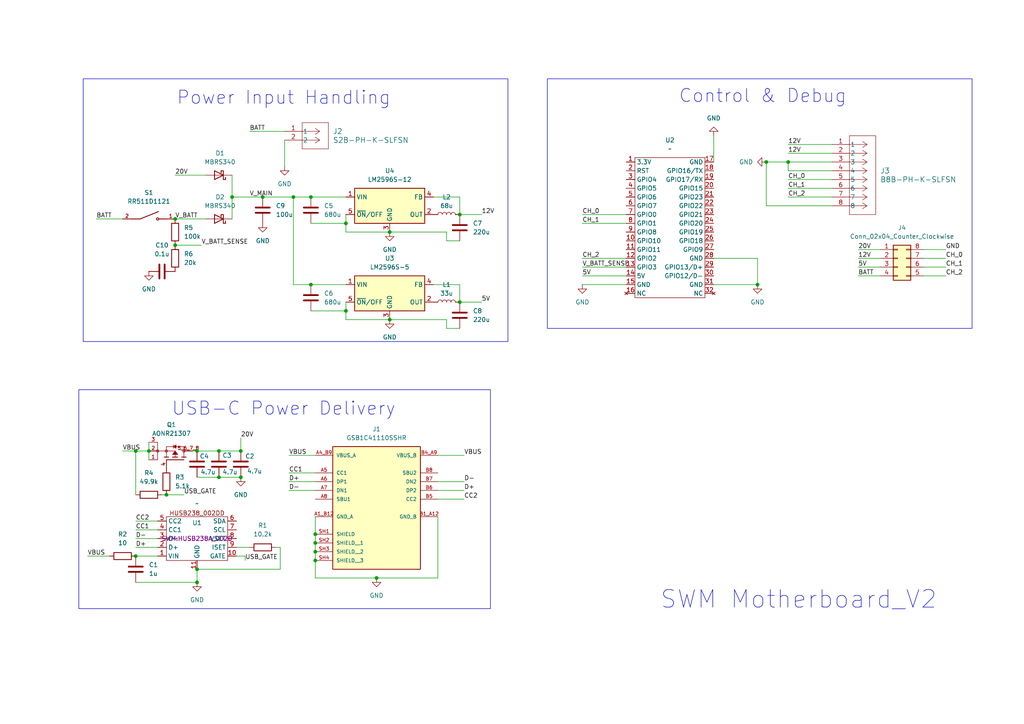
<source format=kicad_sch>
(kicad_sch (version 20250114) (generator "eeschema") (generator_version "9.0")
  (paper "A4")
  (lib_symbols
    (symbol "2026-01-23_06-32-10:S2B-PH-K-SLFSN" (pin_names (offset 0.254))
      (property "Reference" "J" (at 8.89 6.35 0))
      (property "Value" "S2B-PH-K-SLFSN" (at 0 0 0))
      (symbol "S2B-PH-K-SLFSN_1_1"
        (polyline (pts (xy 5.08 2.54) (xy 5.08 -5.08)) (stroke (width 0.127)))
        (polyline (pts (xy 5.08 -5.08) (xy 12.7 -5.08)) (stroke (width 0.127)))
        (polyline (pts (xy 10.16 0) (xy 5.08 0)) (stroke (width 0.127)))
        (polyline (pts (xy 10.16 0) (xy 8.89 0.8467)) (stroke (width 0.127)))
        (polyline (pts (xy 10.16 0) (xy 8.89 -0.8467)) (stroke (width 0.127)))
        (polyline (pts (xy 10.16 -2.54) (xy 5.08 -2.54)) (stroke (width 0.127)))
        (polyline (pts (xy 10.16 -2.54) (xy 8.89 -1.6933)) (stroke (width 0.127)))
        (polyline (pts (xy 10.16 -2.54) (xy 8.89 -3.3867)) (stroke (width 0.127)))
        (polyline (pts (xy 12.7 2.54) (xy 5.08 2.54)) (stroke (width 0.127)))
        (polyline (pts (xy 12.7 -5.08) (xy 12.7 2.54)) (stroke (width 0.127)))
        (pin unspecified line (at 0 0 0) (length 5.08) (name "1") (number "1"))
        (pin unspecified line (at 0 -2.54 0) (length 5.08) (name "2") (number "2"))
      )
      (symbol "S2B-PH-K-SLFSN_1_2"
        (polyline (pts (xy 5.08 2.54) (xy 5.08 -5.08)) (stroke (width 0.127)))
        (polyline (pts (xy 5.08 -5.08) (xy 12.7 -5.08)) (stroke (width 0.127)))
        (polyline (pts (xy 7.62 0) (xy 5.08 0)) (stroke (width 0.127)))
        (polyline (pts (xy 7.62 0) (xy 8.89 0.8467)) (stroke (width 0.127)))
        (polyline (pts (xy 7.62 0) (xy 8.89 -0.8467)) (stroke (width 0.127)))
        (polyline (pts (xy 7.62 -2.54) (xy 5.08 -2.54)) (stroke (width 0.127)))
        (polyline (pts (xy 7.62 -2.54) (xy 8.89 -1.6933)) (stroke (width 0.127)))
        (polyline (pts (xy 7.62 -2.54) (xy 8.89 -3.3867)) (stroke (width 0.127)))
        (polyline (pts (xy 12.7 2.54) (xy 5.08 2.54)) (stroke (width 0.127)))
        (polyline (pts (xy 12.7 -5.08) (xy 12.7 2.54)) (stroke (width 0.127)))
        (pin unspecified line (at 0 0 0) (length 5.08) (name "1") (number "1"))
        (pin unspecified line (at 0 -2.54 0) (length 5.08) (name "2") (number "2"))
      )
    )
    (symbol "2026-01-23_06-34-15:B8B-PH-K-SLFSN" (pin_names (offset 0.254))
      (property "Reference" "J" (at 8.89 6.35 0))
      (property "Value" "B8B-PH-K-SLFSN" (at 0 0 0))
      (symbol "B8B-PH-K-SLFSN_1_1"
        (polyline (pts (xy 5.08 2.54) (xy 5.08 -20.32)) (stroke (width 0.127)))
        (polyline (pts (xy 5.08 -20.32) (xy 12.7 -20.32)) (stroke (width 0.127)))
        (polyline (pts (xy 10.16 0) (xy 5.08 0)) (stroke (width 0.127)))
        (polyline (pts (xy 10.16 0) (xy 8.89 0.8467)) (stroke (width 0.127)))
        (polyline (pts (xy 10.16 0) (xy 8.89 -0.8467)) (stroke (width 0.127)))
        (polyline (pts (xy 10.16 -2.54) (xy 5.08 -2.54)) (stroke (width 0.127)))
        (polyline (pts (xy 10.16 -2.54) (xy 8.89 -1.6933)) (stroke (width 0.127)))
        (polyline (pts (xy 10.16 -2.54) (xy 8.89 -3.3867)) (stroke (width 0.127)))
        (polyline (pts (xy 10.16 -5.08) (xy 5.08 -5.08)) (stroke (width 0.127)))
        (polyline (pts (xy 10.16 -5.08) (xy 8.89 -4.2333)) (stroke (width 0.127)))
        (polyline (pts (xy 10.16 -5.08) (xy 8.89 -5.9267)) (stroke (width 0.127)))
        (polyline (pts (xy 10.16 -7.62) (xy 5.08 -7.62)) (stroke (width 0.127)))
        (polyline (pts (xy 10.16 -7.62) (xy 8.89 -6.7733)) (stroke (width 0.127)))
        (polyline (pts (xy 10.16 -7.62) (xy 8.89 -8.4667)) (stroke (width 0.127)))
        (polyline (pts (xy 10.16 -10.16) (xy 5.08 -10.16)) (stroke (width 0.127)))
        (polyline (pts (xy 10.16 -10.16) (xy 8.89 -9.3133)) (stroke (width 0.127)))
        (polyline (pts (xy 10.16 -10.16) (xy 8.89 -11.0067)) (stroke (width 0.127)))
        (polyline (pts (xy 10.16 -12.7) (xy 5.08 -12.7)) (stroke (width 0.127)))
        (polyline (pts (xy 10.16 -12.7) (xy 8.89 -11.8533)) (stroke (width 0.127)))
        (polyline (pts (xy 10.16 -12.7) (xy 8.89 -13.5467)) (stroke (width 0.127)))
        (polyline (pts (xy 10.16 -15.24) (xy 5.08 -15.24)) (stroke (width 0.127)))
        (polyline (pts (xy 10.16 -15.24) (xy 8.89 -14.3933)) (stroke (width 0.127)))
        (polyline (pts (xy 10.16 -15.24) (xy 8.89 -16.0867)) (stroke (width 0.127)))
        (polyline (pts (xy 10.16 -17.78) (xy 5.08 -17.78)) (stroke (width 0.127)))
        (polyline (pts (xy 10.16 -17.78) (xy 8.89 -16.9333)) (stroke (width 0.127)))
        (polyline (pts (xy 10.16 -17.78) (xy 8.89 -18.6267)) (stroke (width 0.127)))
        (polyline (pts (xy 12.7 2.54) (xy 5.08 2.54)) (stroke (width 0.127)))
        (polyline (pts (xy 12.7 -20.32) (xy 12.7 2.54)) (stroke (width 0.127)))
        (pin unspecified line (at 0 0 0) (length 5.08) (name "1") (number "1"))
        (pin unspecified line (at 0 -2.54 0) (length 5.08) (name "2") (number "2"))
        (pin unspecified line (at 0 -5.08 0) (length 5.08) (name "3") (number "3"))
        (pin unspecified line (at 0 -7.62 0) (length 5.08) (name "4") (number "4"))
        (pin unspecified line (at 0 -10.16 0) (length 5.08) (name "5") (number "5"))
        (pin unspecified line (at 0 -12.7 0) (length 5.08) (name "6") (number "6"))
        (pin unspecified line (at 0 -15.24 0) (length 5.08) (name "7") (number "7"))
        (pin unspecified line (at 0 -17.78 0) (length 5.08) (name "8") (number "8"))
      )
      (symbol "B8B-PH-K-SLFSN_1_2"
        (polyline (pts (xy 5.08 2.54) (xy 5.08 -20.32)) (stroke (width 0.127)))
        (polyline (pts (xy 5.08 -20.32) (xy 12.7 -20.32)) (stroke (width 0.127)))
        (polyline (pts (xy 7.62 0) (xy 5.08 0)) (stroke (width 0.127)))
        (polyline (pts (xy 7.62 0) (xy 8.89 0.8467)) (stroke (width 0.127)))
        (polyline (pts (xy 7.62 0) (xy 8.89 -0.8467)) (stroke (width 0.127)))
        (polyline (pts (xy 7.62 -2.54) (xy 5.08 -2.54)) (stroke (width 0.127)))
        (polyline (pts (xy 7.62 -2.54) (xy 8.89 -1.6933)) (stroke (width 0.127)))
        (polyline (pts (xy 7.62 -2.54) (xy 8.89 -3.3867)) (stroke (width 0.127)))
        (polyline (pts (xy 7.62 -5.08) (xy 5.08 -5.08)) (stroke (width 0.127)))
        (polyline (pts (xy 7.62 -5.08) (xy 8.89 -4.2333)) (stroke (width 0.127)))
        (polyline (pts (xy 7.62 -5.08) (xy 8.89 -5.9267)) (stroke (width 0.127)))
        (polyline (pts (xy 7.62 -7.62) (xy 5.08 -7.62)) (stroke (width 0.127)))
        (polyline (pts (xy 7.62 -7.62) (xy 8.89 -6.7733)) (stroke (width 0.127)))
        (polyline (pts (xy 7.62 -7.62) (xy 8.89 -8.4667)) (stroke (width 0.127)))
        (polyline (pts (xy 7.62 -10.16) (xy 5.08 -10.16)) (stroke (width 0.127)))
        (polyline (pts (xy 7.62 -10.16) (xy 8.89 -9.3133)) (stroke (width 0.127)))
        (polyline (pts (xy 7.62 -10.16) (xy 8.89 -11.0067)) (stroke (width 0.127)))
        (polyline (pts (xy 7.62 -12.7) (xy 5.08 -12.7)) (stroke (width 0.127)))
        (polyline (pts (xy 7.62 -12.7) (xy 8.89 -11.8533)) (stroke (width 0.127)))
        (polyline (pts (xy 7.62 -12.7) (xy 8.89 -13.5467)) (stroke (width 0.127)))
        (polyline (pts (xy 7.62 -15.24) (xy 5.08 -15.24)) (stroke (width 0.127)))
        (polyline (pts (xy 7.62 -15.24) (xy 8.89 -14.3933)) (stroke (width 0.127)))
        (polyline (pts (xy 7.62 -15.24) (xy 8.89 -16.0867)) (stroke (width 0.127)))
        (polyline (pts (xy 7.62 -17.78) (xy 5.08 -17.78)) (stroke (width 0.127)))
        (polyline (pts (xy 7.62 -17.78) (xy 8.89 -16.9333)) (stroke (width 0.127)))
        (polyline (pts (xy 7.62 -17.78) (xy 8.89 -18.6267)) (stroke (width 0.127)))
        (polyline (pts (xy 12.7 2.54) (xy 5.08 2.54)) (stroke (width 0.127)))
        (polyline (pts (xy 12.7 -20.32) (xy 12.7 2.54)) (stroke (width 0.127)))
        (pin unspecified line (at 0 0 0) (length 5.08) (name "1") (number "1"))
        (pin unspecified line (at 0 -2.54 0) (length 5.08) (name "2") (number "2"))
        (pin unspecified line (at 0 -5.08 0) (length 5.08) (name "3") (number "3"))
        (pin unspecified line (at 0 -7.62 0) (length 5.08) (name "4") (number "4"))
        (pin unspecified line (at 0 -10.16 0) (length 5.08) (name "5") (number "5"))
        (pin unspecified line (at 0 -12.7 0) (length 5.08) (name "6") (number "6"))
        (pin unspecified line (at 0 -15.24 0) (length 5.08) (name "7") (number "7"))
        (pin unspecified line (at 0 -17.78 0) (length 5.08) (name "8") (number "8"))
      )
    )
    (symbol "AONR21307:AONR21307" (pin_names (offset 1.016))
      (property "Reference" "Q" (at 5.08 0.381 0))
      (property "Value" "AONR21307" (at 5.08 -2.159 0))
      (symbol "AONR21307_0_0"
        (polyline (pts (xy 0 5.08) (xy 5.08 5.08)) (stroke (width 0.1524)))
        (polyline (pts (xy 0 -2.54) (xy 0 2.54)) (stroke (width 0.254)))
        (polyline (pts (xy 0.762 2.54) (xy 0.762 3.175)) (stroke (width 0.254)))
        (polyline (pts (xy 0.762 1.905) (xy 0.762 2.54)) (stroke (width 0.254)))
        (polyline (pts (xy 0.762 0) (xy 0.762 0.762)) (stroke (width 0.254)))
        (polyline (pts (xy 0.762 0) (xy 2.54 0)) (stroke (width 0.1524)))
        (polyline (pts (xy 0.762 -0.762) (xy 0.762 0)) (stroke (width 0.254)))
        (polyline (pts (xy 0.762 -2.54) (xy 0.762 -1.905)) (stroke (width 0.254)))
        (polyline (pts (xy 0.762 -2.54) (xy 3.81 -2.54)) (stroke (width 0.1524)))
        (polyline (pts (xy 0.762 -3.175) (xy 0.762 -2.54)) (stroke (width 0.254)))
        (polyline (pts (xy 2.54 5.08) (xy 2.54 2.54)) (stroke (width 0.1524)))
        (circle (center 2.54 5.08) (radius 0.3592))
        (polyline (pts (xy 2.54 2.54) (xy 0.762 2.54)) (stroke (width 0.1524)))
        (polyline (pts (xy 2.54 2.54) (xy 3.81 2.54)) (stroke (width 0.1524)))
        (circle (center 2.54 2.54) (radius 0.3592))
        (polyline (pts (xy 2.54 0) (xy 2.54 2.54)) (stroke (width 0.1524)))
        (polyline (pts (xy 2.54 0) (xy 1.524 0.762) (xy 1.524 -0.762) (xy 2.54 0)) (stroke (width 0.1524)) (fill (type outline)))
        (circle (center 2.54 -2.54) (radius 0.3592))
        (polyline (pts (xy 3.302 0.508) (xy 4.318 0.508)) (stroke (width 0.1524)))
        (polyline (pts (xy 3.81 0.508) (xy 4.318 -0.254) (xy 3.302 -0.254) (xy 3.81 0.508)) (stroke (width 0.1524)) (fill (type outline)))
        (polyline (pts (xy 3.81 -2.54) (xy 3.81 2.54)) (stroke (width 0.1524)))
        (pin passive line (at -2.54 2.54 0) (length 2.54) (name "~") (number "4"))
        (pin passive line (at 0 7.62 270) (length 2.54) (name "~") (number "1"))
        (pin passive line (at 2.54 7.62 270) (length 2.54) (name "~") (number "2"))
        (pin passive line (at 2.54 -5.08 90) (length 2.54) (name "~") (number "5_6_7_8"))
        (pin passive line (at 5.08 7.62 270) (length 2.54) (name "~") (number "3"))
      )
    )
    (symbol "Connector_Generic:Conn_02x04_Counter_Clockwise" (pin_names (offset 1.016) (hide yes))
      (property "Reference" "J" (at 1.27 5.08 0))
      (property "Value" "Conn_02x04_Counter_Clockwise" (at 1.27 -7.62 0))
      (symbol "Conn_02x04_Counter_Clockwise_1_1"
        (rectangle (start -1.27 3.81) (end 3.81 -6.35) (stroke (width 0.254)) (fill (type background)))
        (rectangle (start -1.27 2.667) (end 0 2.413) (stroke (width 0.1524)))
        (rectangle (start -1.27 0.127) (end 0 -0.127) (stroke (width 0.1524)))
        (rectangle (start -1.27 -2.413) (end 0 -2.667) (stroke (width 0.1524)))
        (rectangle (start -1.27 -4.953) (end 0 -5.207) (stroke (width 0.1524)))
        (rectangle (start 3.81 2.667) (end 2.54 2.413) (stroke (width 0.1524)))
        (rectangle (start 3.81 0.127) (end 2.54 -0.127) (stroke (width 0.1524)))
        (rectangle (start 3.81 -2.413) (end 2.54 -2.667) (stroke (width 0.1524)))
        (rectangle (start 3.81 -4.953) (end 2.54 -5.207) (stroke (width 0.1524)))
        (pin passive line (at -5.08 2.54 0) (length 3.81) (name "Pin_1") (number "1"))
        (pin passive line (at -5.08 0 0) (length 3.81) (name "Pin_2") (number "2"))
        (pin passive line (at -5.08 -2.54 0) (length 3.81) (name "Pin_3") (number "3"))
        (pin passive line (at -5.08 -5.08 0) (length 3.81) (name "Pin_4") (number "4"))
        (pin passive line (at 7.62 2.54 180) (length 3.81) (name "Pin_8") (number "8"))
        (pin passive line (at 7.62 0 180) (length 3.81) (name "Pin_7") (number "7"))
        (pin passive line (at 7.62 -2.54 180) (length 3.81) (name "Pin_6") (number "6"))
        (pin passive line (at 7.62 -5.08 180) (length 3.81) (name "Pin_5") (number "5"))
      )
    )
    (symbol "Device:C" (pin_numbers (hide yes)) (pin_names (offset 0.254))
      (property "Reference" "C" (at 0.635 2.54 0))
      (property "Value" "C" (at 0.635 -2.54 0))
      (symbol "C_0_1"
        (polyline (pts (xy -2.032 0.762) (xy 2.032 0.762)) (stroke (width 0.508)))
        (polyline (pts (xy -2.032 -0.762) (xy 2.032 -0.762)) (stroke (width 0.508)))
      )
      (symbol "C_1_1"
        (pin passive line (at 0 3.81 270) (length 2.794) (name "~") (number "1"))
        (pin passive line (at 0 -3.81 90) (length 2.794) (name "~") (number "2"))
      )
    )
    (symbol "Device:L" (pin_numbers (hide yes)) (pin_names (offset 1.016) (hide yes))
      (property "Reference" "L" (at -1.27 0 90))
      (property "Value" "L" (at 1.905 0 90))
      (symbol "L_0_1"
        (arc (start 0 2.54) (mid 0.6323 1.905) (end 0 1.27))
        (arc (start 0 1.27) (mid 0.6323 0.635) (end 0 0))
        (arc (start 0 0) (mid 0.6323 -0.635) (end 0 -1.27))
        (arc (start 0 -1.27) (mid 0.6323 -1.905) (end 0 -2.54))
      )
      (symbol "L_1_1"
        (pin passive line (at 0 3.81 270) (length 1.27) (name "1") (number "1"))
        (pin passive line (at 0 -3.81 90) (length 1.27) (name "2") (number "2"))
      )
    )
    (symbol "Device:R" (pin_numbers (hide yes)) (pin_names (offset 0))
      (property "Reference" "R" (at 2.032 0 90))
      (property "Value" "R" (at 0 0 90))
      (symbol "R_0_1"
        (rectangle (start -1.016 -2.54) (end 1.016 2.54) (stroke (width 0.254)))
      )
      (symbol "R_1_1"
        (pin passive line (at 0 3.81 270) (length 1.27) (name "~") (number "1"))
        (pin passive line (at 0 -3.81 90) (length 1.27) (name "~") (number "2"))
      )
    )
    (symbol "Diode:MBRS340" (pin_numbers (hide yes)) (pin_names (offset 1.016) (hide yes))
      (property "Reference" "D" (at 0 2.54 0))
      (property "Value" "MBRS340" (at 0 -2.54 0))
      (symbol "MBRS340_0_1"
        (polyline (pts (xy -1.905 0.635) (xy -1.905 1.27) (xy -1.27 1.27) (xy -1.27 -1.27) (xy -0.635 -1.27) (xy -0.635 -0.635)) (stroke (width 0.254)))
        (polyline (pts (xy 1.27 1.27) (xy 1.27 -1.27) (xy -1.27 0) (xy 1.27 1.27)) (stroke (width 0.254)))
        (polyline (pts (xy 1.27 0) (xy -1.27 0)))
      )
      (symbol "MBRS340_1_1"
        (pin passive line (at -3.81 0 0) (length 2.54) (name "K") (number "1"))
        (pin passive line (at 3.81 0 180) (length 2.54) (name "A") (number "2"))
      )
    )
    (symbol "GSB1C41110SSHR:GSB1C41110SSHR" (pin_names (offset 1.016))
      (property "Reference" "J" (at -12.7 13.462 0))
      (property "Value" "GSB1C41110SSHR" (at -12.7 -25.4 0))
      (symbol "GSB1C41110SSHR_0_0"
        (rectangle (start -12.7 -22.86) (end 12.7 12.7) (stroke (width 0.254)) (fill (type background)))
        (pin power_in line (at -17.78 10.16 0) (length 5.08) (name "VBUS_A") (number "A4_B9"))
        (pin bidirectional line (at -17.78 5.08 0) (length 5.08) (name "CC1") (number "A5"))
        (pin bidirectional line (at -17.78 2.54 0) (length 5.08) (name "DP1") (number "A6"))
        (pin bidirectional line (at -17.78 0 0) (length 5.08) (name "DN1") (number "A7"))
        (pin bidirectional line (at -17.78 -2.54 0) (length 5.08) (name "SBU1") (number "A8"))
        (pin power_in line (at -17.78 -7.62 0) (length 5.08) (name "GND_A") (number "A1_B12"))
        (pin passive line (at -17.78 -12.7 0) (length 5.08) (name "SHIELD") (number "SH1"))
        (pin passive line (at -17.78 -15.24 0) (length 5.08) (name "SHIELD__1") (number "SH2"))
        (pin passive line (at -17.78 -17.78 0) (length 5.08) (name "SHIELD__2") (number "SH3"))
        (pin passive line (at -17.78 -20.32 0) (length 5.08) (name "SHIELD__3") (number "SH4"))
        (pin power_in line (at 17.78 10.16 180) (length 5.08) (name "VBUS_B") (number "B4_A9"))
        (pin bidirectional line (at 17.78 5.08 180) (length 5.08) (name "SBU2") (number "B8"))
        (pin bidirectional line (at 17.78 2.54 180) (length 5.08) (name "DN2") (number "B7"))
        (pin bidirectional line (at 17.78 0 180) (length 5.08) (name "DP2") (number "B6"))
        (pin bidirectional line (at 17.78 -2.54 180) (length 5.08) (name "CC2") (number "B5"))
        (pin power_in line (at 17.78 -7.62 180) (length 5.08) (name "GND_B") (number "B1_A12"))
      )
    )
    (symbol "RR511D1121:RR511D1121" (pin_names (offset 1.016))
      (property "Reference" "S" (at -2.54 2.54 0))
      (property "Value" "RR511D1121" (at -2.54 -2.54 0))
      (symbol "RR511D1121_0_0"
        (polyline (pts (xy -2.54 0) (xy -5.08 0)) (stroke (width 0.254)))
        (polyline (pts (xy -2.54 0) (xy 2.794 2.1336)) (stroke (width 0.254)))
        (circle (center 2.54 0) (radius 0.3302) (stroke (width 0.254)))
        (polyline (pts (xy 5.08 0) (xy 2.921 0)) (stroke (width 0.254)))
        (pin passive line (at -7.62 0 0) (length 2.54) (name "~") (number "2"))
        (pin passive line (at 7.62 0 180) (length 2.54) (name "~") (number "1"))
      )
    )
    (symbol "Regulator_Switching:LM2596S-12"
      (property "Reference" "U" (at -10.16 6.35 0))
      (property "Value" "LM2596S-12" (at 0 6.35 0))
      (symbol "LM2596S-12_0_1"
        (rectangle (start -10.16 5.08) (end 10.16 -5.08) (stroke (width 0.254)) (fill (type background)))
      )
      (symbol "LM2596S-12_1_1"
        (pin power_in line (at -12.7 2.54 0) (length 2.54) (name "VIN") (number "1"))
        (pin input line (at -12.7 -2.54 0) (length 2.54) (name "~{ON}/OFF") (number "5"))
        (pin power_in line (at 0 -7.62 90) (length 2.54) (name "GND") (number "3"))
        (pin input line (at 12.7 2.54 180) (length 2.54) (name "FB") (number "4"))
        (pin output line (at 12.7 -2.54 180) (length 2.54) (name "OUT") (number "2"))
      )
    )
    (symbol "Regulator_Switching:LM2596S-5"
      (property "Reference" "U" (at -10.16 6.35 0))
      (property "Value" "LM2596S-5" (at 0 6.35 0))
      (symbol "LM2596S-5_0_1"
        (rectangle (start -10.16 5.08) (end 10.16 -5.08) (stroke (width 0.254)) (fill (type background)))
      )
      (symbol "LM2596S-5_1_1"
        (pin power_in line (at -12.7 2.54 0) (length 2.54) (name "VIN") (number "1"))
        (pin input line (at -12.7 -2.54 0) (length 2.54) (name "~{ON}/OFF") (number "5"))
        (pin power_in line (at 0 -7.62 90) (length 2.54) (name "GND") (number "3"))
        (pin input line (at 12.7 2.54 180) (length 2.54) (name "FB") (number "4"))
        (pin output line (at 12.7 -2.54 180) (length 2.54) (name "OUT") (number "2"))
      )
    )
    (symbol "SWM Components:ESP32-C6"
      (property "Reference" "U2" (at 0 3.81 0))
      (property "Value" "~" (at 0 1.27 0))
      (symbol "ESP32-C6_0_1"
        (rectangle (start -10.16 -1.27) (end 10.16 -41.91))
      )
      (symbol "ESP32-C6_1_1"
        (pin passive line (at -12.7 -2.54 0) (length 2.54) (name "3.3V") (number "1"))
        (pin input line (at -12.7 -5.08 0) (length 2.54) (name "RST") (number "2"))
        (pin bidirectional line (at -12.7 -7.62 0) (length 2.54) (name "GPIO4") (number "3"))
        (pin bidirectional line (at -12.7 -10.16 0) (length 2.54) (name "GPIO5") (number "4"))
        (pin bidirectional line (at -12.7 -12.7 0) (length 2.54) (name "GPIO6") (number "5"))
        (pin bidirectional line (at -12.7 -15.24 0) (length 2.54) (name "GPIO7") (number "6"))
        (pin bidirectional line (at -12.7 -17.78 0) (length 2.54) (name "GPIO0") (number "7"))
        (pin bidirectional line (at -12.7 -20.32 0) (length 2.54) (name "GPIO1") (number "8"))
        (pin bidirectional line (at -12.7 -22.86 0) (length 2.54) (name "GPIO8") (number "9"))
        (pin bidirectional line (at -12.7 -25.4 0) (length 2.54) (name "GPIO10") (number "10"))
        (pin bidirectional line (at -12.7 -27.94 0) (length 2.54) (name "GPIO11") (number "11"))
        (pin bidirectional line (at -12.7 -30.48 0) (length 2.54) (name "GPIO2") (number "12"))
        (pin bidirectional line (at -12.7 -33.02 0) (length 2.54) (name "GPIO3") (number "13"))
        (pin passive line (at -12.7 -35.56 0) (length 2.54) (name "5V") (number "14"))
        (pin passive line (at -12.7 -38.1 0) (length 2.54) (name "GND") (number "15"))
        (pin no_connect line (at -12.7 -40.64 0) (length 2.54) (name "NC") (number "16"))
        (pin passive line (at 12.7 -2.54 180) (length 2.54) (name "GND") (number "17"))
        (pin bidirectional line (at 12.7 -5.08 180) (length 2.54) (name "GPIO16/TX") (number "18"))
        (pin bidirectional line (at 12.7 -7.62 180) (length 2.54) (name "GPIO17/RX") (number "19"))
        (pin bidirectional line (at 12.7 -10.16 180) (length 2.54) (name "GPIO15") (number "20"))
        (pin bidirectional line (at 12.7 -12.7 180) (length 2.54) (name "GPIO23") (number "21"))
        (pin bidirectional line (at 12.7 -15.24 180) (length 2.54) (name "GPIO22") (number "22"))
        (pin bidirectional line (at 12.7 -17.78 180) (length 2.54) (name "GPIO21") (number "23"))
        (pin bidirectional line (at 12.7 -20.32 180) (length 2.54) (name "GPIO20") (number "24"))
        (pin bidirectional line (at 12.7 -22.86 180) (length 2.54) (name "GPIO19") (number "25"))
        (pin bidirectional line (at 12.7 -25.4 180) (length 2.54) (name "GPIO18") (number "26"))
        (pin bidirectional line (at 12.7 -27.94 180) (length 2.54) (name "GPIO9") (number "27"))
        (pin passive line (at 12.7 -30.48 180) (length 2.54) (name "GND") (number "28"))
        (pin bidirectional line (at 12.7 -33.02 180) (length 2.54) (name "GPIO13/D+") (number "29"))
        (pin bidirectional line (at 12.7 -35.56 180) (length 2.54) (name "GPIO12/D-") (number "30"))
        (pin bidirectional line (at 12.7 -38.1 180) (length 2.54) (name "GND") (number "31"))
        (pin no_connect line (at 12.7 -40.64 180) (length 2.54) (name "NC") (number "32"))
      )
    )
    (symbol "USB-C_PD:HUSB238_002DD"
      (property "Reference" "U" (at 0 4.572 0))
      (symbol "HUSB238_002DD_0_1"
        (rectangle (start 8.89 6.35) (end -8.89 -6.35))
      )
      (symbol "HUSB238_002DD_1_1"
        (text "HUSB238_002DD" (at 0 7.366 0) (effects (font (size 1.27 1.27))))
        (pin input line (at -11.43 5.08 0) (length 2.54) (name "CC2") (number "5"))
        (pin input line (at -11.43 2.54 0) (length 2.54) (name "CC1") (number "4"))
        (pin input line (at -11.43 0 0) (length 2.54) (name "D-") (number "3"))
        (pin input line (at -11.43 -2.54 0) (length 2.54) (name "D+") (number "2"))
        (pin input line (at -11.43 -5.08 0) (length 2.54) (name "VIN") (number "1"))
        (pin passive line (at 0 -8.89 90) (length 2.54) (name "GND") (number "11"))
        (pin input line (at 11.43 5.08 180) (length 2.54) (name "SDA") (number "6"))
        (pin input line (at 11.43 2.54 180) (length 2.54) (name "SCL") (number "7"))
        (pin input line (at 11.43 0 180) (length 2.54) (name "VSET") (number "8"))
        (pin input line (at 11.43 -2.54 180) (length 2.54) (name "ISET") (number "9"))
        (pin input line (at 11.43 -5.08 180) (length 2.54) (name "GATE") (number "10"))
      )
    )
    (symbol "power:GND" (power) (pin_numbers (hide yes)) (pin_names (offset 0) (hide yes))
      (property "Value" "GND" (at 0 -3.81 0))
      (symbol "GND_0_1"
        (polyline (pts (xy 0 0) (xy 0 -1.27) (xy 1.27 -1.27) (xy 0 -2.54) (xy -1.27 -1.27) (xy 0 -1.27)))
      )
      (symbol "GND_1_1"
        (pin power_in line (at 0 0 270) (length 0) (name "~") (number "1"))
      )
    )
  )
  (rectangle (start 158.75 22.86) (end 281.94 95.25))
  (rectangle (start 22.86 113.03) (end 142.24 176.53))
  (rectangle (start 24.13 22.86) (end 147.32 99.06))
  (text "Power Input Handling" (at 82.296 28.448 0) (effects (font (size 3.81 3.81))))
  (text "Control & Debug" (at 221.234 27.94 0) (effects (font (size 3.81 3.81))))
  (text "USB-C Power Delivery" (at 82.296 118.618 0) (effects (font (size 3.81 3.81))))
  (text "SWM Motherboard_V2" (at 231.648 173.99 0) (effects (font (size 5.08 5.08))))
  (junction (at 91.44 157.48))
  (junction (at 67.31 57.15))
  (junction (at 63.5 138.43))
  (junction (at 63.5 130.81))
  (junction (at 133.35 62.23))
  (junction (at 90.17 82.55))
  (junction (at 91.44 162.56))
  (junction (at 100.33 64.77))
  (junction (at 50.8 71.12))
  (junction (at 85.09 57.15))
  (junction (at 57.15 130.81))
  (junction (at 113.03 67.31))
  (junction (at 90.17 57.15))
  (junction (at 48.26 143.51))
  (junction (at 91.44 154.94))
  (junction (at 39.37 130.81))
  (junction (at 228.6 46.99))
  (junction (at 133.35 87.63))
  (junction (at 76.2 57.15))
  (junction (at 69.85 130.81))
  (junction (at 91.44 160.02))
  (junction (at 222.25 46.99))
  (junction (at 43.18 130.81))
  (junction (at 57.15 165.1))
  (junction (at 109.22 167.64))
  (junction (at 69.85 138.43))
  (junction (at 50.8 63.5))
  (junction (at 100.33 90.17))
  (junction (at 219.71 82.55))
  (junction (at 39.37 161.29))
  (junction (at 57.15 168.91))
  (junction (at 113.03 92.71))
  (wire (pts (xy 43.18 128.27) (xy 43.18 130.81)))
  (wire (pts (xy 168.91 64.77) (xy 181.61 64.77)))
  (wire (pts (xy 83.82 132.08) (xy 91.44 132.08)))
  (wire (pts (xy 228.6 44.45) (xy 241.3 44.45)))
  (wire (pts (xy 125.73 57.15) (xy 133.35 57.15)))
  (wire (pts (xy 83.82 139.7) (xy 91.44 139.7)))
  (wire (pts (xy 129.54 92.71) (xy 113.03 92.71)))
  (wire (pts (xy 228.6 46.99) (xy 241.3 46.99)))
  (wire (pts (xy 57.15 130.81) (xy 63.5 130.81)))
  (wire (pts (xy 125.73 82.55) (xy 133.35 82.55)))
  (wire (pts (xy 57.15 165.1) (xy 57.15 168.91)))
  (wire (pts (xy 100.33 67.31) (xy 100.33 64.77)))
  (wire (pts (xy 39.37 130.81) (xy 43.18 130.81)))
  (wire (pts (xy 100.33 90.17) (xy 90.17 90.17)))
  (wire (pts (xy 129.54 69.85) (xy 129.54 67.31)))
  (wire (pts (xy 69.85 127) (xy 69.85 130.81)))
  (wire (pts (xy 27.94 63.5) (xy 35.56 63.5)))
  (wire (pts (xy 133.35 87.63) (xy 139.7 87.63)))
  (wire (pts (xy 127 132.08) (xy 134.62 132.08)))
  (wire (pts (xy 50.8 63.5) (xy 59.69 63.5)))
  (wire (pts (xy 71.12 162.56) (xy 71.12 161.29)))
  (wire (pts (xy 219.71 74.93) (xy 219.71 82.55)))
  (wire (pts (xy 25.4 161.29) (xy 31.75 161.29)))
  (wire (pts (xy 248.92 77.47) (xy 255.27 77.47)))
  (wire (pts (xy 91.44 160.02) (xy 91.44 162.56)))
  (wire (pts (xy 91.44 154.94) (xy 91.44 157.48)))
  (wire (pts (xy 267.97 80.01) (xy 274.32 80.01)))
  (wire (pts (xy 55.88 130.81) (xy 57.15 130.81)))
  (wire (pts (xy 63.5 138.43) (xy 69.85 138.43)))
  (wire (pts (xy 39.37 168.91) (xy 57.15 168.91)))
  (wire (pts (xy 113.03 92.71) (xy 100.33 92.71)))
  (wire (pts (xy 129.54 95.25) (xy 129.54 92.71)))
  (wire (pts (xy 207.01 39.37) (xy 207.01 46.99)))
  (wire (pts (xy 168.91 77.47) (xy 181.61 77.47)))
  (wire (pts (xy 81.28 158.75) (xy 80.01 158.75)))
  (wire (pts (xy 71.12 161.29) (xy 68.58 161.29)))
  (wire (pts (xy 67.31 50.8) (xy 67.31 57.15)))
  (wire (pts (xy 207.01 74.93) (xy 219.71 74.93)))
  (wire (pts (xy 168.91 74.93) (xy 181.61 74.93)))
  (wire (pts (xy 83.82 142.24) (xy 91.44 142.24)))
  (wire (pts (xy 100.33 62.23) (xy 100.33 64.77)))
  (wire (pts (xy 127 167.64) (xy 109.22 167.64)))
  (wire (pts (xy 57.15 138.43) (xy 63.5 138.43)))
  (wire (pts (xy 90.17 57.15) (xy 100.33 57.15)))
  (wire (pts (xy 100.33 64.77) (xy 90.17 64.77)))
  (wire (pts (xy 127 144.78) (xy 134.62 144.78)))
  (wire (pts (xy 85.09 57.15) (xy 90.17 57.15)))
  (wire (pts (xy 228.6 52.07) (xy 241.3 52.07)))
  (wire (pts (xy 222.25 59.69) (xy 222.25 46.99)))
  (wire (pts (xy 207.01 82.55) (xy 219.71 82.55)))
  (wire (pts (xy 222.25 59.69) (xy 241.3 59.69)))
  (wire (pts (xy 267.97 72.39) (xy 274.32 72.39)))
  (wire (pts (xy 63.5 130.81) (xy 69.85 130.81)))
  (wire (pts (xy 228.6 46.99) (xy 228.6 49.53)))
  (wire (pts (xy 228.6 49.53) (xy 241.3 49.53)))
  (wire (pts (xy 127 142.24) (xy 134.62 142.24)))
  (wire (pts (xy 39.37 153.67) (xy 45.72 153.67)))
  (wire (pts (xy 72.39 38.1) (xy 82.55 38.1)))
  (wire (pts (xy 228.6 41.91) (xy 241.3 41.91)))
  (wire (pts (xy 133.35 57.15) (xy 133.35 62.23)))
  (wire (pts (xy 46.99 143.51) (xy 48.26 143.51)))
  (wire (pts (xy 91.44 157.48) (xy 91.44 160.02)))
  (wire (pts (xy 133.35 69.85) (xy 129.54 69.85)))
  (wire (pts (xy 133.35 82.55) (xy 133.35 87.63)))
  (wire (pts (xy 50.8 50.8) (xy 59.69 50.8)))
  (wire (pts (xy 168.91 80.01) (xy 181.61 80.01)))
  (wire (pts (xy 83.82 137.16) (xy 91.44 137.16)))
  (wire (pts (xy 39.37 156.21) (xy 45.72 156.21)))
  (wire (pts (xy 109.22 167.64) (xy 91.44 167.64)))
  (wire (pts (xy 67.31 57.15) (xy 67.31 63.5)))
  (wire (pts (xy 67.31 57.15) (xy 76.2 57.15)))
  (wire (pts (xy 39.37 161.29) (xy 45.72 161.29)))
  (wire (pts (xy 43.18 130.81) (xy 43.18 133.35)))
  (wire (pts (xy 222.25 46.99) (xy 228.6 46.99)))
  (wire (pts (xy 81.28 158.75) (xy 81.28 165.1)))
  (wire (pts (xy 91.44 162.56) (xy 91.44 167.64)))
  (wire (pts (xy 248.92 72.39) (xy 255.27 72.39)))
  (wire (pts (xy 39.37 143.51) (xy 39.37 130.81)))
  (wire (pts (xy 133.35 62.23) (xy 139.7 62.23)))
  (wire (pts (xy 133.35 95.25) (xy 129.54 95.25)))
  (wire (pts (xy 127 149.86) (xy 127 167.64)))
  (wire (pts (xy 100.33 87.63) (xy 100.33 90.17)))
  (wire (pts (xy 248.92 80.01) (xy 255.27 80.01)))
  (wire (pts (xy 228.6 54.61) (xy 241.3 54.61)))
  (wire (pts (xy 100.33 92.71) (xy 100.33 90.17)))
  (wire (pts (xy 39.37 151.13) (xy 45.72 151.13)))
  (wire (pts (xy 85.09 82.55) (xy 90.17 82.55)))
  (wire (pts (xy 90.17 82.55) (xy 100.33 82.55)))
  (wire (pts (xy 35.56 130.81) (xy 39.37 130.81)))
  (wire (pts (xy 85.09 57.15) (xy 85.09 82.55)))
  (wire (pts (xy 267.97 74.93) (xy 274.32 74.93)))
  (wire (pts (xy 127 139.7) (xy 134.62 139.7)))
  (wire (pts (xy 68.58 158.75) (xy 72.39 158.75)))
  (wire (pts (xy 81.28 165.1) (xy 57.15 165.1)))
  (wire (pts (xy 82.55 40.64) (xy 82.55 48.26)))
  (wire (pts (xy 129.54 67.31) (xy 113.03 67.31)))
  (wire (pts (xy 50.8 71.12) (xy 58.42 71.12)))
  (wire (pts (xy 168.91 82.55) (xy 181.61 82.55)))
  (wire (pts (xy 39.37 158.75) (xy 45.72 158.75)))
  (wire (pts (xy 228.6 57.15) (xy 241.3 57.15)))
  (wire (pts (xy 248.92 74.93) (xy 255.27 74.93)))
  (wire (pts (xy 267.97 77.47) (xy 274.32 77.47)))
  (wire (pts (xy 168.91 62.23) (xy 181.61 62.23)))
  (wire (pts (xy 48.26 143.51) (xy 53.34 143.51)))
  (wire (pts (xy 113.03 67.31) (xy 100.33 67.31)))
  (wire (pts (xy 76.2 57.15) (xy 85.09 57.15)))
  (wire (pts (xy 91.44 149.86) (xy 91.44 154.94)))
  (label "VBUS" (at 25.4 161.29 0))
  (label "CH_0" (at 228.6 52.07 0))
  (label "USB_GATE" (at 71.12 162.56 0))
  (label "CH_2" (at 168.91 74.93 0))
  (label "V_MAIN" (at 72.39 57.15 0))
  (label "BATT" (at 27.94 63.5 0))
  (label "CC1" (at 83.82 137.16 0))
  (label "D-" (at 83.82 142.24 0))
  (label "CH_2" (at 274.32 80.01 0))
  (label "20V" (at 248.92 72.39 0))
  (label "D-" (at 39.37 156.21 0))
  (label "VBUS" (at 134.62 132.08 0))
  (label "5V" (at 168.91 80.01 0))
  (label "CC1" (at 39.37 153.67 0))
  (label "5V" (at 139.7 87.63 0))
  (label "V_BATT" (at 50.8 63.5 0))
  (label "12V" (at 248.92 74.93 0))
  (label "CH_2" (at 228.6 57.15 0))
  (label "12V" (at 228.6 41.91 0))
  (label "CH_1" (at 228.6 54.61 0))
  (label "12V" (at 139.7 62.23 0))
  (label "CH_0" (at 274.32 74.93 0))
  (label "D-" (at 134.62 139.7 0))
  (label "CC2" (at 39.37 151.13 0))
  (label "20V" (at 50.8 50.8 0))
  (label "GND" (at 274.32 72.39 0))
  (label "CH_1" (at 274.32 77.47 0))
  (label "BATT" (at 248.92 80.01 0))
  (label "VBUS" (at 83.82 132.08 0))
  (label "CC2" (at 134.62 144.78 0))
  (label "BATT" (at 72.39 38.1 0))
  (label "D+" (at 134.62 142.24 0))
  (label "5V" (at 248.92 77.47 0))
  (label "CH_1" (at 168.91 64.77 0))
  (label "CH_0" (at 168.91 62.23 0))
  (label "D+" (at 39.37 158.75 0))
  (label "D+" (at 83.82 139.7 0))
  (label "VBUS" (at 35.56 130.81 0))
  (label "USB_GATE" (at 53.34 143.51 0))
  (label "12V" (at 228.6 44.45 0))
  (label "V_BATT_SENSE" (at 58.42 71.12 0))
  (label "V_BATT_SENSE" (at 168.91 77.47 0))
  (label "20V" (at 69.85 127 0))
  (symbol (lib_id "power:GND") (at 219.71 82.55 0) (unit 1)
    (property "Reference" "#PWR08" (effects (hide yes)))
    (property "Value" "GND" (at 219.71 87.63 0))
    (property "Description" "Power symbol creates a global label with name \"GND\" , ground" (effects (hide yes)))
  )
  (symbol (lib_id "Device:C") (at 76.2 60.96 0) (unit 1)
    (property "Reference" "C9" (at 80.01 59.6899 0) (effects (justify left)))
    (property "Value" "100u" (at 80.01 62.2299 0) (effects (justify left)))
    (property "Footprint" "Capacitor_SMD:C_0603_1608Metric_Pad1.08x0.95mm_HandSolder" (effects (hide yes)))
    (property "Description" "Unpolarized capacitor" (effects (hide yes)))
  )
  (symbol (lib_id "2026-01-23_06-34-15:B8B-PH-K-SLFSN") (at 241.3 41.91 0) (unit 1)
    (property "Reference" "J3" (at 255.27 49.5299 0) (effects (font (size 1.524 1.524)) (justify left)))
    (property "Value" "B8B-PH-K-SLFSN" (at 255.27 52.0699 0) (effects (font (size 1.524 1.524)) (justify left)))
    (property "Footprint" "SWM:CONN_B8B-PH-K-S_JST" (effects (hide yes)))
    (property "Datasheet" "B8B-PH-K-SLFSN" (effects (hide yes)))
  )
  (symbol (lib_id "Device:C") (at 133.35 91.44 0) (unit 1)
    (property "Reference" "C8" (at 137.16 90.1699 0) (effects (justify left)))
    (property "Value" "220u" (at 137.16 92.7099 0) (effects (justify left)))
    (property "Footprint" "Capacitor_SMD:C_0603_1608Metric_Pad1.08x0.95mm_HandSolder" (effects (hide yes)))
    (property "Description" "Unpolarized capacitor" (effects (hide yes)))
  )
  (symbol (lib_id "power:GND") (at 113.03 92.71 0) (unit 1)
    (property "Reference" "#PWR05" (effects (hide yes)))
    (property "Value" "GND" (at 113.03 97.79 0))
    (property "Description" "Power symbol creates a global label with name \"GND\" , ground" (effects (hide yes)))
  )
  (symbol (lib_id "Device:C") (at 57.15 134.62 0) (unit 1)
    (property "Reference" "C4" (at 57.912 132.334 0) (effects (justify left)))
    (property "Value" "4.7u" (at 58.166 136.906 0) (effects (justify left)))
    (property "Footprint" "Capacitor_SMD:C_0603_1608Metric_Pad1.08x0.95mm_HandSolder" (effects (hide yes)))
    (property "Description" "Unpolarized capacitor" (effects (hide yes)))
  )
  (symbol (lib_id "GSB1C41110SSHR:GSB1C41110SSHR") (at 109.22 142.24 0) (unit 1)
    (property "Reference" "J1" (at 109.22 124.46 0))
    (property "Value" "GSB1C41110SSHR" (at 109.22 127 0))
    (property "Footprint" "SWM:AMPHENOL_GSB1C41110SSHR" (effects (hide yes)))
    (property "PARTREV" "AX1" (effects (hide yes)))
    (property "STANDARD" "Manufacturer Recommendations" (effects (hide yes)))
    (property "MAXIMUM_PACKAGE_HEIGHT" "3.21mm" (effects (hide yes)))
    (property "MANUFACTURER" "Amphenol" (effects (hide yes)))
  )
  (symbol (lib_id "SWM Components:ESP32-C6") (at 194.31 44.45 0) (unit 1)
    (property "Reference" "U2" (at 194.31 40.64 0))
    (property "Value" "~" (at 194.31 43.18 0))
    (property "Footprint" "ESP32-C6:E" (effects (hide yes)))
  )
  (symbol (lib_id "power:GND") (at 82.55 48.26 0) (unit 1)
    (property "Reference" "#PWR011" (effects (hide yes)))
    (property "Value" "GND" (at 82.55 53.34 0))
    (property "Description" "Power symbol creates a global label with name \"GND\" , ground" (effects (hide yes)))
  )
  (symbol (lib_id "Device:C") (at 39.37 165.1 0) (unit 1)
    (property "Reference" "C1" (at 43.18 163.8299 0) (effects (justify left)))
    (property "Value" "1u" (at 43.18 166.3699 0) (effects (justify left)))
    (property "Footprint" "Capacitor_SMD:C_0603_1608Metric_Pad1.08x0.95mm_HandSolder" (effects (hide yes)))
    (property "Description" "Unpolarized capacitor" (effects (hide yes)))
  )
  (symbol (lib_id "Regulator_Switching:LM2596S-5") (at 113.03 85.09 0) (unit 1)
    (property "Reference" "U3" (at 113.03 74.93 0))
    (property "Value" "LM2596S-5" (at 113.03 77.47 0))
    (property "Footprint" "Package_TO_SOT_SMD:TO-263-5_TabPin3" (effects (hide yes)))
    (property "Datasheet" "http://www.ti.com/lit/ds/symlink/lm2596.pdf" (effects (hide yes)))
    (property "Description" "5V 3A Step-Down Voltage Regulator, TO-263" (effects (hide yes)))
  )
  (symbol (lib_id "Device:R") (at 48.26 139.7 0) (unit 1)
    (property "Reference" "R3" (at 50.8 138.4299 0) (effects (justify left)))
    (property "Value" "5.1k" (at 50.8 140.9699 0) (effects (justify left)))
    (property "Footprint" "Resistor_SMD:R_0603_1608Metric_Pad0.98x0.95mm_HandSolder" (effects (hide yes)))
    (property "Description" "Resistor" (effects (hide yes)))
  )
  (symbol (lib_id "Device:C") (at 90.17 60.96 0) (unit 1)
    (property "Reference" "C5" (at 93.98 59.6899 0) (effects (justify left)))
    (property "Value" "680u" (at 93.98 62.2299 0) (effects (justify left)))
    (property "Footprint" "Capacitor_SMD:C_0603_1608Metric_Pad1.08x0.95mm_HandSolder" (effects (hide yes)))
    (property "Description" "Unpolarized capacitor" (effects (hide yes)))
  )
  (symbol (lib_id "power:GND") (at 109.22 167.64 0) (unit 1)
    (property "Reference" "#PWR01" (effects (hide yes)))
    (property "Value" "GND" (at 109.22 172.72 0))
    (property "Description" "Power symbol creates a global label with name \"GND\" , ground" (effects (hide yes)))
  )
  (symbol (lib_id "Device:C") (at 90.17 86.36 0) (unit 1)
    (property "Reference" "C6" (at 93.98 85.0899 0) (effects (justify left)))
    (property "Value" "680u" (at 93.98 87.6299 0) (effects (justify left)))
    (property "Footprint" "Capacitor_SMD:C_0603_1608Metric_Pad1.08x0.95mm_HandSolder" (effects (hide yes)))
    (property "Description" "Unpolarized capacitor" (effects (hide yes)))
  )
  (symbol (lib_id "Device:R") (at 43.18 143.51 90) (unit 1)
    (property "Reference" "R4" (at 43.18 137.16 90))
    (property "Value" "49.9k" (at 43.18 139.7 90))
    (property "Footprint" "Resistor_SMD:R_0603_1608Metric_Pad0.98x0.95mm_HandSolder" (effects (hide yes)))
    (property "Description" "Resistor" (effects (hide yes)))
  )
  (symbol (lib_id "Device:L") (at 129.54 87.63 90) (unit 1)
    (property "Reference" "L1" (at 129.54 82.55 90))
    (property "Value" "33u" (at 129.54 85.09 90))
    (property "Footprint" "SWM:IND_BOURNS_SRN6045" (effects (hide yes)))
    (property "Description" "Inductor" (effects (hide yes)))
  )
  (symbol (lib_id "Diode:MBRS340") (at 63.5 63.5 180) (unit 1)
    (property "Reference" "D2" (at 63.8175 57.15 0))
    (property "Value" "MBRS340" (at 63.8175 59.69 0))
    (property "Footprint" "Diode_SMD:D_SMC" (effects (hide yes)))
    (property "Datasheet" "https://www.onsemi.com/download/data-sheet/pdf/mbrs340t3-d.pdf" (effects (hide yes)))
    (property "Description" "40V 3A Schottky Barrier Rectifier Diode, SMC (DO-214AB)" (effects (hide yes)))
  )
  (symbol (lib_id "Device:R") (at 50.8 67.31 0) (unit 1)
    (property "Reference" "R5" (at 53.34 66.0399 0) (effects (justify left)))
    (property "Value" "100k" (at 53.34 68.5799 0) (effects (justify left)))
    (property "Footprint" "Resistor_SMD:R_0603_1608Metric_Pad0.98x0.95mm_HandSolder" (effects (hide yes)))
    (property "Description" "Resistor" (effects (hide yes)))
  )
  (symbol (lib_id "Device:R") (at 35.56 161.29 270) (unit 1)
    (property "Reference" "R2" (at 35.56 154.94 90))
    (property "Value" "10" (at 35.56 157.48 90))
    (property "Footprint" "Resistor_SMD:R_0603_1608Metric_Pad0.98x0.95mm_HandSolder" (effects (hide yes)))
    (property "Description" "Resistor" (effects (hide yes)))
  )
  (symbol (lib_id "power:GND") (at 57.15 168.91 0) (unit 1)
    (property "Reference" "#PWR02" (effects (hide yes)))
    (property "Value" "GND" (at 57.15 173.99 0))
    (property "Description" "Power symbol creates a global label with name \"GND\" , ground" (effects (hide yes)))
  )
  (symbol (lib_id "2026-01-23_06-32-10:S2B-PH-K-SLFSN") (at 82.55 38.1 0) (unit 1)
    (property "Reference" "J2" (at 96.52 38.0999 0) (effects (font (size 1.524 1.524)) (justify left)))
    (property "Value" "S2B-PH-K-SLFSN" (at 96.52 40.6399 0) (effects (font (size 1.524 1.524)) (justify left)))
    (property "Footprint" "SWM:CONN_S2B-PH-K-S_JST" (effects (hide yes)))
    (property "Datasheet" "S2B-PH-K-SLFSN" (effects (hide yes)))
  )
  (symbol (lib_id "Device:R") (at 76.2 158.75 90) (unit 1)
    (property "Reference" "R1" (at 76.2 152.4 90))
    (property "Value" "10.2k" (at 76.2 154.94 90))
    (property "Footprint" "Resistor_SMD:R_0603_1608Metric_Pad0.98x0.95mm_HandSolder" (effects (hide yes)))
    (property "Description" "Resistor" (effects (hide yes)))
  )
  (symbol (lib_id "Device:C") (at 46.99 78.74 90) (unit 1)
    (property "Reference" "C10" (at 46.99 71.12 90))
    (property "Value" "0.1u" (at 46.99 73.66 90))
    (property "Footprint" "Capacitor_SMD:C_0603_1608Metric_Pad1.08x0.95mm_HandSolder" (effects (hide yes)))
    (property "Description" "Unpolarized capacitor" (effects (hide yes)))
  )
  (symbol (lib_id "Device:L") (at 129.54 62.23 90) (unit 1)
    (property "Reference" "L2" (at 129.54 57.15 90))
    (property "Value" "68u" (at 129.54 59.69 90))
    (property "Footprint" "SWM:IND_BOURNS_SRR1210" (effects (hide yes)))
    (property "Description" "Inductor" (effects (hide yes)))
  )
  (symbol (lib_id "power:GND") (at 43.18 78.74 0) (unit 1)
    (property "Reference" "#PWR07" (effects (hide yes)))
    (property "Value" "GND" (at 43.18 83.82 0))
    (property "Description" "Power symbol creates a global label with name \"GND\" , ground" (effects (hide yes)))
  )
  (symbol (lib_id "Device:C") (at 133.35 66.04 0) (unit 1)
    (property "Reference" "C7" (at 137.16 64.7699 0) (effects (justify left)))
    (property "Value" "220u" (at 137.16 67.3099 0) (effects (justify left)))
    (property "Footprint" "Capacitor_SMD:C_0603_1608Metric_Pad1.08x0.95mm_HandSolder" (effects (hide yes)))
    (property "Description" "Unpolarized capacitor" (effects (hide yes)))
  )
  (symbol (lib_id "RR511D1121:RR511D1121") (at 43.18 63.5 0) (unit 1)
    (property "Reference" "S1" (at 43.18 55.88 0))
    (property "Value" "RR511D1121" (at 43.18 58.42 0))
    (property "Footprint" "SWM:E-SWITCH_RR511D1121" (effects (hide yes)))
    (property "PARTREV" "A" (effects (hide yes)))
    (property "STANDARD" "Manufacturer Recommendations" (effects (hide yes)))
    (property "MAXIMUM_PACKAGE_HEIGHT" "17.9mm" (effects (hide yes)))
    (property "MANUFACTURER" "E-Switch" (effects (hide yes)))
  )
  (symbol (lib_id "Regulator_Switching:LM2596S-12") (at 113.03 59.69 0) (unit 1)
    (property "Reference" "U4" (at 113.03 49.53 0))
    (property "Value" "LM2596S-12" (at 113.03 52.07 0))
    (property "Footprint" "Package_TO_SOT_SMD:TO-263-5_TabPin3" (effects (hide yes)))
    (property "Datasheet" "http://www.ti.com/lit/ds/symlink/lm2596.pdf" (effects (hide yes)))
    (property "Description" "12V 3A Step-Down Voltage Regulator, TO-263" (effects (hide yes)))
  )
  (symbol (lib_id "power:GND") (at 76.2 64.77 0) (unit 1)
    (property "Reference" "#PWR06" (effects (hide yes)))
    (property "Value" "GND" (at 76.2 69.85 0))
    (property "Description" "Power symbol creates a global label with name \"GND\" , ground" (effects (hide yes)))
  )
  (symbol (lib_id "USB-C_PD:HUSB238_002DD") (at 57.15 156.21 0) (unit 1)
    (property "Reference" "U1" (at 57.15 151.638 0))
    (property "Value" "~" (at 57.15 146.05 0))
    (property "Footprint" "SWM:HUSB238A_002D" (at 57.15 156.21 0))
  )
  (symbol (lib_id "power:GND") (at 69.85 138.43 0) (unit 1)
    (property "Reference" "#PWR03" (effects (hide yes)))
    (property "Value" "GND" (at 69.85 143.51 0))
    (property "Description" "Power symbol creates a global label with name \"GND\" , ground" (effects (hide yes)))
  )
  (symbol (lib_id "Device:C") (at 69.85 134.62 0) (unit 1)
    (property "Reference" "C2" (at 71.12 132.334 0) (effects (justify left)))
    (property "Value" "4.7u" (at 71.628 136.652 0) (effects (justify left)))
    (property "Footprint" "Capacitor_SMD:C_0603_1608Metric_Pad1.08x0.95mm_HandSolder" (effects (hide yes)))
    (property "Description" "Unpolarized capacitor" (effects (hide yes)))
  )
  (symbol (lib_id "power:GND") (at 207.01 39.37 180) (unit 1)
    (property "Reference" "#PWR010" (effects (hide yes)))
    (property "Value" "GND" (at 207.01 34.29 0))
    (property "Description" "Power symbol creates a global label with name \"GND\" , ground" (effects (hide yes)))
  )
  (symbol (lib_id "Device:R") (at 50.8 74.93 0) (unit 1)
    (property "Reference" "R6" (at 53.34 73.6599 0) (effects (justify left)))
    (property "Value" "20k" (at 53.34 76.1999 0) (effects (justify left)))
    (property "Footprint" "Resistor_SMD:R_0603_1608Metric_Pad0.98x0.95mm_HandSolder" (effects (hide yes)))
    (property "Description" "Resistor" (effects (hide yes)))
  )
  (symbol (lib_id "power:GND") (at 168.91 82.55 0) (unit 1)
    (property "Reference" "#PWR09" (effects (hide yes)))
    (property "Value" "GND" (at 168.91 87.63 0))
    (property "Description" "Power symbol creates a global label with name \"GND\" , ground" (effects (hide yes)))
  )
  (symbol (lib_id "Device:C") (at 63.5 134.62 0) (unit 1)
    (property "Reference" "C3" (at 64.516 132.08 0) (effects (justify left)))
    (property "Value" "4.7u" (at 64.516 136.906 0) (effects (justify left)))
    (property "Footprint" "Capacitor_SMD:C_0603_1608Metric_Pad1.08x0.95mm_HandSolder" (effects (hide yes)))
    (property "Description" "Unpolarized capacitor" (effects (hide yes)))
  )
  (symbol (lib_id "Diode:MBRS340") (at 63.5 50.8 180) (unit 1)
    (property "Reference" "D1" (at 63.8175 44.45 0))
    (property "Value" "MBRS340" (at 63.8175 46.99 0))
    (property "Footprint" "Diode_SMD:D_SMC" (effects (hide yes)))
    (property "Datasheet" "https://www.onsemi.com/download/data-sheet/pdf/mbrs340t3-d.pdf" (effects (hide yes)))
    (property "Description" "40V 3A Schottky Barrier Rectifier Diode, SMC (DO-214AB)" (effects (hide yes)))
  )
  (symbol (lib_id "Connector_Generic:Conn_02x04_Counter_Clockwise") (at 260.35 74.93 0) (unit 1)
    (property "Reference" "J4" (at 261.62 66.04 0))
    (property "Value" "Conn_02x04_Counter_Clockwise" (at 261.62 68.58 0))
    (property "Footprint" "Connector_PinHeader_2.54mm:PinHeader_2x04_P2.54mm_Vertical" (effects (hide yes)))
    (property "Description" "Generic connector, double row, 02x04, counter clockwise pin numbering scheme (similar to DIP package numbering), script generated (kicad-library-utils/schlib/autogen/connector/)" (effects (hide yes)))
  )
  (symbol (lib_id "power:GND") (at 222.25 46.99 270) (unit 1)
    (property "Reference" "#PWR012" (effects (hide yes)))
    (property "Value" "GND" (at 218.44 46.9899 90) (effects (justify right)))
    (property "Description" "Power symbol creates a global label with name \"GND\" , ground" (effects (hide yes)))
  )
  (symbol (lib_id "AONR21307:AONR21307") (at 50.8 133.35 90) (unit 1)
    (property "Reference" "Q1" (at 49.7314 123.19 90))
    (property "Value" "AONR21307" (at 49.7314 125.73 90))
    (property "Footprint" "SWM:TRANS_AONR21307" (effects (hide yes)))
    (property "PARTREV" "1.1" (effects (hide yes)))
    (property "STANDARD" "Manufacturer recommendations" (effects (hide yes)))
    (property "MAXIMUM_PACKAGE_HEIGHT" "0.90 mm" (effects (hide yes)))
    (property "MANUFACTURER" "Alpha and Omega Semiconductor Inc." (effects (hide yes)))
  )
  (symbol (lib_id "power:GND") (at 113.03 67.31 0) (unit 1)
    (property "Reference" "#PWR04" (effects (hide yes)))
    (property "Value" "GND" (at 113.03 72.39 0))
    (property "Description" "Power symbol creates a global label with name \"GND\" , ground" (effects (hide yes)))
  )
)
</source>
